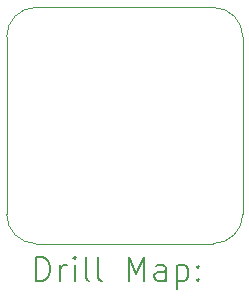
<source format=gbr>
%TF.GenerationSoftware,KiCad,Pcbnew,6.0.9+dfsg-1~bpo11+1*%
%TF.CreationDate,2022-11-06T14:45:51+01:00*%
%TF.ProjectId,pcb-turn-45,7063622d-7475-4726-9e2d-34352e6b6963,2*%
%TF.SameCoordinates,Original*%
%TF.FileFunction,Drillmap*%
%TF.FilePolarity,Positive*%
%FSLAX45Y45*%
G04 Gerber Fmt 4.5, Leading zero omitted, Abs format (unit mm)*
G04 Created by KiCad (PCBNEW 6.0.9+dfsg-1~bpo11+1) date 2022-11-06 14:45:51*
%MOMM*%
%LPD*%
G01*
G04 APERTURE LIST*
%ADD10C,0.100000*%
%ADD11C,0.200000*%
G04 APERTURE END LIST*
D10*
X15250000Y-7500000D02*
G75*
G03*
X15000000Y-7750000I0J-250000D01*
G01*
X15250000Y-7500000D02*
X16750000Y-7500000D01*
X17000000Y-7750000D02*
G75*
G03*
X16750000Y-7500000I-250000J0D01*
G01*
X15000000Y-9250000D02*
X15000000Y-7750000D01*
X15000000Y-9250000D02*
G75*
G03*
X15250000Y-9500000I250000J0D01*
G01*
X17000000Y-7750000D02*
X17000000Y-9250000D01*
X16750000Y-9500000D02*
G75*
G03*
X17000000Y-9250000I0J250000D01*
G01*
X16750000Y-9500000D02*
X15250000Y-9500000D01*
D11*
X15252619Y-9815476D02*
X15252619Y-9615476D01*
X15300238Y-9615476D01*
X15328809Y-9625000D01*
X15347857Y-9644048D01*
X15357381Y-9663095D01*
X15366905Y-9701190D01*
X15366905Y-9729762D01*
X15357381Y-9767857D01*
X15347857Y-9786905D01*
X15328809Y-9805952D01*
X15300238Y-9815476D01*
X15252619Y-9815476D01*
X15452619Y-9815476D02*
X15452619Y-9682143D01*
X15452619Y-9720238D02*
X15462143Y-9701190D01*
X15471667Y-9691667D01*
X15490714Y-9682143D01*
X15509762Y-9682143D01*
X15576428Y-9815476D02*
X15576428Y-9682143D01*
X15576428Y-9615476D02*
X15566905Y-9625000D01*
X15576428Y-9634524D01*
X15585952Y-9625000D01*
X15576428Y-9615476D01*
X15576428Y-9634524D01*
X15700238Y-9815476D02*
X15681190Y-9805952D01*
X15671667Y-9786905D01*
X15671667Y-9615476D01*
X15805000Y-9815476D02*
X15785952Y-9805952D01*
X15776428Y-9786905D01*
X15776428Y-9615476D01*
X16033571Y-9815476D02*
X16033571Y-9615476D01*
X16100238Y-9758333D01*
X16166905Y-9615476D01*
X16166905Y-9815476D01*
X16347857Y-9815476D02*
X16347857Y-9710714D01*
X16338333Y-9691667D01*
X16319286Y-9682143D01*
X16281190Y-9682143D01*
X16262143Y-9691667D01*
X16347857Y-9805952D02*
X16328809Y-9815476D01*
X16281190Y-9815476D01*
X16262143Y-9805952D01*
X16252619Y-9786905D01*
X16252619Y-9767857D01*
X16262143Y-9748810D01*
X16281190Y-9739286D01*
X16328809Y-9739286D01*
X16347857Y-9729762D01*
X16443095Y-9682143D02*
X16443095Y-9882143D01*
X16443095Y-9691667D02*
X16462143Y-9682143D01*
X16500238Y-9682143D01*
X16519286Y-9691667D01*
X16528809Y-9701190D01*
X16538333Y-9720238D01*
X16538333Y-9777381D01*
X16528809Y-9796429D01*
X16519286Y-9805952D01*
X16500238Y-9815476D01*
X16462143Y-9815476D01*
X16443095Y-9805952D01*
X16624048Y-9796429D02*
X16633571Y-9805952D01*
X16624048Y-9815476D01*
X16614524Y-9805952D01*
X16624048Y-9796429D01*
X16624048Y-9815476D01*
X16624048Y-9691667D02*
X16633571Y-9701190D01*
X16624048Y-9710714D01*
X16614524Y-9701190D01*
X16624048Y-9691667D01*
X16624048Y-9710714D01*
M02*

</source>
